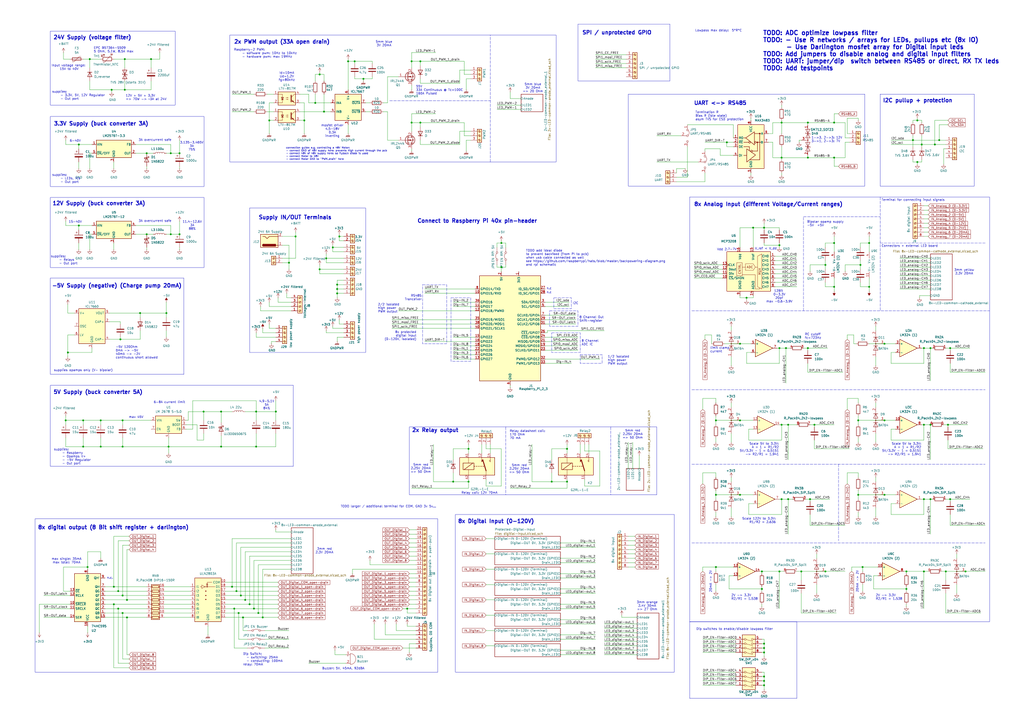
<source format=kicad_sch>
(kicad_sch
	(version 20231120)
	(generator "eeschema")
	(generator_version "8.0")
	(uuid "af4d11a6-73e1-4c39-a25e-5fe7dfa07237")
	(paper "A2")
	
	(junction
		(at 139.7 345.44)
		(diameter 0)
		(color 0 0 0 0)
		(uuid "01a8e618-7e14-4882-9136-a12536116a47")
	)
	(junction
		(at 236.22 353.06)
		(diameter 0)
		(color 0 0 0 0)
		(uuid "01c225b5-cd2c-42cd-9a9e-dd1eb69e7a46")
	)
	(junction
		(at 48.26 259.08)
		(diameter 0)
		(color 0 0 0 0)
		(uuid "04e54955-95ed-4070-adbb-7cee1b2c7a8b")
	)
	(junction
		(at 135.89 353.06)
		(diameter 0)
		(color 0 0 0 0)
		(uuid "05eca1c0-0042-44d8-82a8-b1f48175c33d")
	)
	(junction
		(at 483.87 91.44)
		(
... [586329 chars truncated]
</source>
